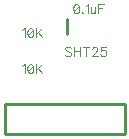
<source format=gbr>
G04 DipTrace 2.3.0.1*
%INTopSilk.gbr*%
%MOIN*%
%ADD10C,0.01*%
%ADD34C,0.0046*%
%FSLAX44Y44*%
G04*
G70*
G90*
G75*
G01*
%LNTopSilk*%
%LPD*%
X2386Y3744D2*
D10*
Y4256D1*
X300Y1400D2*
Y400D1*
X4300Y1400D2*
X300D1*
X4300Y400D2*
X300D1*
X4300Y1400D2*
Y400D1*
X2673Y4734D2*
D34*
X2630Y4720D1*
X2601Y4677D1*
X2587Y4605D1*
Y4562D1*
X2601Y4491D1*
X2630Y4447D1*
X2673Y4433D1*
X2702D1*
X2745Y4447D1*
X2773Y4491D1*
X2788Y4562D1*
Y4605D1*
X2773Y4677D1*
X2745Y4720D1*
X2702Y4734D1*
X2673D1*
X2773Y4677D2*
X2601Y4491D1*
X2895Y4462D2*
X2880Y4447D1*
X2895Y4433D1*
X2909Y4447D1*
X2895Y4462D1*
X3002Y4677D2*
X3031Y4692D1*
X3074Y4734D1*
Y4433D1*
X3166Y4634D2*
Y4491D1*
X3181Y4448D1*
X3210Y4433D1*
X3253D1*
X3281Y4448D1*
X3324Y4491D1*
Y4634D2*
Y4433D1*
X3604Y4735D2*
X3417D1*
Y4433D1*
Y4591D2*
X3532D1*
X896Y3877D2*
X925Y3892D1*
X968Y3934D1*
Y3633D1*
X1147Y3934D2*
X1104Y3920D1*
X1075Y3877D1*
X1061Y3805D1*
Y3762D1*
X1075Y3691D1*
X1104Y3647D1*
X1147Y3633D1*
X1176D1*
X1219Y3647D1*
X1247Y3691D1*
X1262Y3762D1*
Y3805D1*
X1247Y3877D1*
X1219Y3920D1*
X1176Y3934D1*
X1147D1*
X1247Y3877D2*
X1075Y3691D1*
X1355Y3935D2*
Y3633D1*
X1556Y3935D2*
X1355Y3734D1*
X1426Y3806D2*
X1556Y3633D1*
X896Y2677D2*
X925Y2692D1*
X968Y2734D1*
Y2433D1*
X1147Y2734D2*
X1104Y2720D1*
X1075Y2677D1*
X1061Y2605D1*
Y2562D1*
X1075Y2491D1*
X1104Y2447D1*
X1147Y2433D1*
X1176D1*
X1219Y2447D1*
X1247Y2491D1*
X1262Y2562D1*
Y2605D1*
X1247Y2677D1*
X1219Y2720D1*
X1176Y2734D1*
X1147D1*
X1247Y2677D2*
X1075Y2491D1*
X1355Y2735D2*
Y2433D1*
X1556Y2735D2*
X1355Y2534D1*
X1426Y2606D2*
X1556Y2433D1*
X2523Y3262D2*
X2494Y3291D1*
X2451Y3305D1*
X2394D1*
X2351Y3291D1*
X2322Y3262D1*
Y3234D1*
X2336Y3205D1*
X2351Y3191D1*
X2379Y3176D1*
X2465Y3148D1*
X2494Y3133D1*
X2508Y3119D1*
X2523Y3090D1*
Y3047D1*
X2494Y3019D1*
X2451Y3004D1*
X2394D1*
X2351Y3019D1*
X2322Y3047D1*
X2615Y3305D2*
Y3004D1*
X2816Y3305D2*
Y3004D1*
X2615Y3162D2*
X2816D1*
X3009Y3305D2*
Y3004D1*
X2909Y3305D2*
X3110D1*
X3217Y3234D2*
Y3248D1*
X3231Y3277D1*
X3246Y3291D1*
X3275Y3305D1*
X3332D1*
X3360Y3291D1*
X3375Y3277D1*
X3389Y3248D1*
Y3219D1*
X3375Y3190D1*
X3346Y3148D1*
X3203Y3004D1*
X3404D1*
X3668Y3305D2*
X3525D1*
X3511Y3176D1*
X3525Y3190D1*
X3568Y3205D1*
X3611D1*
X3654Y3190D1*
X3683Y3162D1*
X3697Y3119D1*
Y3090D1*
X3683Y3047D1*
X3654Y3018D1*
X3611Y3004D1*
X3568D1*
X3525Y3018D1*
X3511Y3033D1*
X3496Y3061D1*
M02*

</source>
